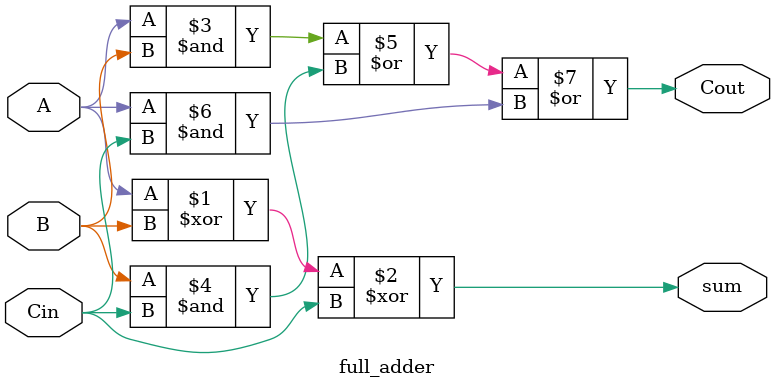
<source format=v>
`timescale 1ns / 1ps
module full_adder(sum, Cout, A, B, Cin);
	// Input Ports
	input A, B,Cin ;
		
	
	// Output Ports
	output sum, Cout;	
	//assign {Cout, sum } = A+B+Cin; 
	assign sum  = (A ^ B) ^ Cin;
	assign Cout = (A & B) | (B & Cin) | (A & Cin); 

endmodule

</source>
